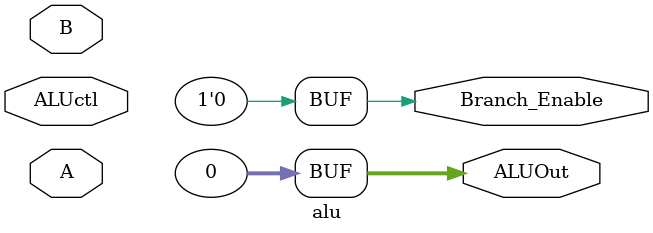
<source format=v>
/*
	Authored 2018-2019, Ryan Voo.

	All rights reserved.
	Redistribution and use in source and binary forms, with or without
	modification, are permitted provided that the following conditions
	are met:

	*	Redistributions of source code must retain the above
		copyright notice, this list of conditions and the following
		disclaimer.

	*	Redistributions in binary form must reproduce the above
		copyright notice, this list of conditions and the following
		disclaimer in the documentation and/or other materials
		provided with the distribution.

	*	Neither the name of the author nor the names of its
		contributors may be used to endorse or promote products
		derived from this software without specific prior written
		permission.

	THIS SOFTWARE IS PROVIDED BY THE COPYRIGHT HOLDERS AND CONTRIBUTORS
	"AS IS" AND ANY EXPRESS OR IMPLIED WARRANTIES, INCLUDING, BUT NOT
	LIMITED TO, THE IMPLIED WARRANTIES OF MERCHANTABILITY AND FITNESS
	FOR A PARTICULAR PURPOSE ARE DISCLAIMED. IN NO EVENT SHALL THE
	COPYRIGHT OWNER OR CONTRIBUTORS BE LIABLE FOR ANY DIRECT, INDIRECT,
	INCIDENTAL, SPECIAL, EXEMPLARY, OR CONSEQUENTIAL DAMAGES (INCLUDING,
	BUT NOT LIMITED TO, PROCUREMENT OF SUBSTITUTE GOODS OR SERVICES;
	LOSS OF USE, DATA, OR PROFITS; OR BUSINESS INTERRUPTION) HOWEVER
	CAUSED AND ON ANY THEORY OF LIABILITY, WHETHER IN CONTRACT, STRICT
	LIABILITY, OR TORT (INCLUDING NEGLIGENCE OR OTHERWISE) ARISING IN
	ANY WAY OUT OF THE USE OF THIS SOFTWARE, EVEN IF ADVISED OF THE
	POSSIBILITY OF SUCH DAMAGE.
*/



`include "../include/rv32i-defines.v"
`include "../include/sail-core-defines.v"
`include "../include/alu-subset-includes.v"



/*
 *	Description:
 *
 *		This module implements the ALU for the RV32I.
 */



/*
 *	Not all instructions are fed to the ALU. As a result, the ALUctl
 *	field is only unique across the instructions that are actually
 *	fed to the ALU.
 */
module alu(ALUctl, A, B, ALUOut, Branch_Enable);
	input [6:0]		ALUctl;
	input [31:0]		A;
	input [31:0]		B;
	output reg [31:0]	ALUOut;
	output reg		Branch_Enable;

	/*
	 *	This uses Yosys's support for nonzero initial values:
	 *
	 *		https://github.com/YosysHQ/yosys/commit/0793f1b196df536975a044a4ce53025c81d00c7f
	 *
	 *	Rather than using this simulation construct (`initial`),
	 *	the design should instead use a reset signal going to
	 *	modules in the design.
	 */
	initial begin
		ALUOut = 32'b0;
		Branch_Enable = 1'b0;
	end

	always @(ALUctl, A, B) begin
		case (ALUctl[3:0])
			/*
			 *	AND (the fields also match ANDI and LUI)
			 */
			`ifdef ALU_AND
				`kSAIL_MICROARCHITECTURE_ALUCTL_3to0_AND:	ALUOut = A & B;
			`endif
			/*
			 *	OR (the fields also match ORI)
			 */
			`ifdef ALU_OR
				`kSAIL_MICROARCHITECTURE_ALUCTL_3to0_OR:	ALUOut = A | B;
			`endif 
			/*
			 *	ADD (the fields also match AUIPC, all loads, all stores, and ADDI)
			 */
			`ifdef ALU_ADD
				`kSAIL_MICROARCHITECTURE_ALUCTL_3to0_ADD:	ALUOut = A + B;
			`endif 
			/*
			 *	SUBTRACT (the fields also matches all branches)
			 */
			`ifdef ALU_SUB
				`kSAIL_MICROARCHITECTURE_ALUCTL_3to0_SUB:	ALUOut = A - B;
			`endif
			/*
			 *	SLT (the fields also matches all the other SLT variants)
			 */
			`ifdef ALU_SLT
				`kSAIL_MICROARCHITECTURE_ALUCTL_3to0_SLT:	ALUOut = $signed(A) < $signed(B) ? 32'b1 : 32'b0;
			`endif
			/*
			 *	SRL (the fields also matches the other SRL variants)
			 */
			`ifdef ALU_SRL
				`kSAIL_MICROARCHITECTURE_ALUCTL_3to0_SRL:	ALUOut = A >> B[4:0];
			`endif
			/*
			 *	SRA (the fields also matches the other SRA variants)
			 */
			`ifdef ALU_SRA
				`kSAIL_MICROARCHITECTURE_ALUCTL_3to0_SRA:	ALUOut = A >>> B[4:0];
			`endif
			/*
			 *	SLL (the fields also match the other SLL variants)
			 */
			`ifdef ALU_SLL
				`kSAIL_MICROARCHITECTURE_ALUCTL_3to0_SLL:	ALUOut = A << B[4:0];
			`endif
			/*
			 *	XOR (the fields also match other XOR variants)
			 */
			`ifdef ALU_XOR
				`kSAIL_MICROARCHITECTURE_ALUCTL_3to0_XOR:	ALUOut = A ^ B;
			`endif
			
			`ifdef CSR_REG
				/*
				*	CSRRW  only
				*/
				`ifdef ALU_CSRRW
					`kSAIL_MICROARCHITECTURE_ALUCTL_3to0_CSRRW:	ALUOut = A;
				`endif
				/*
				*	CSRRS only
				*/
				`ifdef ALU_CSRRS
					`kSAIL_MICROARCHITECTURE_ALUCTL_3to0_CSRRS:	ALUOut = A | B;
				`endif
				/*
				*	CSRRC only
				*/
				`ifdef ALU_CSRRC
					`kSAIL_MICROARCHITECTURE_ALUCTL_3to0_CSRRC:	ALUOut = (~A) & B;
				`endif
			`endif
			/*
			 *	Should never happen.
			 */
			default:					ALUOut = 0;
		endcase
	end

	always @(ALUctl, ALUOut, A, B) begin
		case (ALUctl[6:4])
			`ifdef ALU_BEQ
				`kSAIL_MICROARCHITECTURE_ALUCTL_6to4_BEQ:	Branch_Enable = (ALUOut == 0);
			`endif
			`ifdef ALU_BNE
				`kSAIL_MICROARCHITECTURE_ALUCTL_6to4_BNE:	Branch_Enable = !(ALUOut == 0);
			`endif
			`ifdef ALU_BLT
				`kSAIL_MICROARCHITECTURE_ALUCTL_6to4_BLT:	Branch_Enable = ($signed(A) < $signed(B));
			`endif
			`ifdef ALU_BGE
				`kSAIL_MICROARCHITECTURE_ALUCTL_6to4_BGE:	Branch_Enable = ($signed(A) >= $signed(B));
			`endif
			`ifdef ALU_BLTU
				`kSAIL_MICROARCHITECTURE_ALUCTL_6to4_BLTU:	Branch_Enable = ($unsigned(A) < $unsigned(B));
			`endif
			`ifdef ALU_BGEU
				`kSAIL_MICROARCHITECTURE_ALUCTL_6to4_BGEU:	Branch_Enable = ($unsigned(A) >= $unsigned(B));
			`endif

			default:					Branch_Enable = 1'b0;
		endcase
	end
endmodule

</source>
